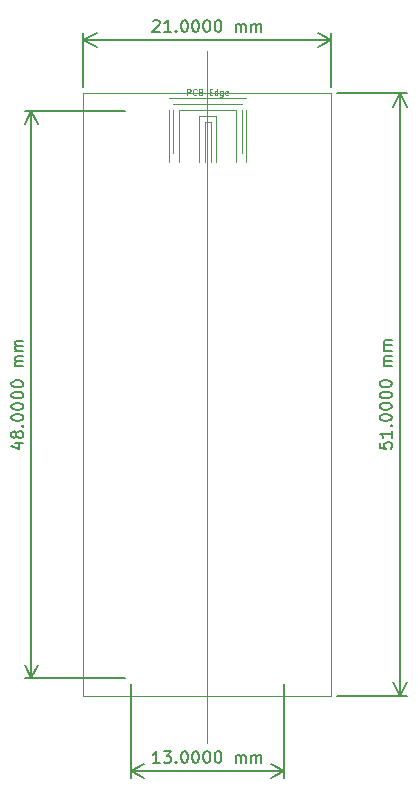
<source format=gbr>
G04 #@! TF.GenerationSoftware,KiCad,Pcbnew,(6.0.6)*
G04 #@! TF.CreationDate,2022-08-20T10:32:50+05:30*
G04 #@! TF.ProjectId,Mitayi-Pico-RP2040,4d697461-7969-42d5-9069-636f2d525032,0.2*
G04 #@! TF.SameCoordinates,PX848f8c0PY6ea0500*
G04 #@! TF.FileFunction,OtherDrawing,Comment*
%FSLAX46Y46*%
G04 Gerber Fmt 4.6, Leading zero omitted, Abs format (unit mm)*
G04 Created by KiCad (PCBNEW (6.0.6)) date 2022-08-20 10:32:50*
%MOMM*%
%LPD*%
G01*
G04 APERTURE LIST*
%ADD10C,0.100000*%
G04 #@! TA.AperFunction,Profile*
%ADD11C,0.100000*%
G04 #@! TD*
%ADD12C,0.150000*%
%ADD13C,0.080000*%
%ADD14C,0.020000*%
G04 APERTURE END LIST*
D10*
X10500000Y54600000D02*
X10500000Y-4000000D01*
D11*
X0Y51000000D02*
X21000000Y51000000D01*
X21000000Y0D02*
X0Y0D01*
X21000000Y51000000D02*
X21000000Y0D01*
X0Y0D02*
X0Y51000000D01*
D12*
X6452380Y-5702380D02*
X5880952Y-5702380D01*
X6166666Y-5702380D02*
X6166666Y-4702380D01*
X6071428Y-4845238D01*
X5976190Y-4940476D01*
X5880952Y-4988095D01*
X6785714Y-4702380D02*
X7404761Y-4702380D01*
X7071428Y-5083333D01*
X7214285Y-5083333D01*
X7309523Y-5130952D01*
X7357142Y-5178571D01*
X7404761Y-5273809D01*
X7404761Y-5511904D01*
X7357142Y-5607142D01*
X7309523Y-5654761D01*
X7214285Y-5702380D01*
X6928571Y-5702380D01*
X6833333Y-5654761D01*
X6785714Y-5607142D01*
X7833333Y-5607142D02*
X7880952Y-5654761D01*
X7833333Y-5702380D01*
X7785714Y-5654761D01*
X7833333Y-5607142D01*
X7833333Y-5702380D01*
X8500000Y-4702380D02*
X8595238Y-4702380D01*
X8690476Y-4750000D01*
X8738095Y-4797619D01*
X8785714Y-4892857D01*
X8833333Y-5083333D01*
X8833333Y-5321428D01*
X8785714Y-5511904D01*
X8738095Y-5607142D01*
X8690476Y-5654761D01*
X8595238Y-5702380D01*
X8500000Y-5702380D01*
X8404761Y-5654761D01*
X8357142Y-5607142D01*
X8309523Y-5511904D01*
X8261904Y-5321428D01*
X8261904Y-5083333D01*
X8309523Y-4892857D01*
X8357142Y-4797619D01*
X8404761Y-4750000D01*
X8500000Y-4702380D01*
X9452380Y-4702380D02*
X9547619Y-4702380D01*
X9642857Y-4750000D01*
X9690476Y-4797619D01*
X9738095Y-4892857D01*
X9785714Y-5083333D01*
X9785714Y-5321428D01*
X9738095Y-5511904D01*
X9690476Y-5607142D01*
X9642857Y-5654761D01*
X9547619Y-5702380D01*
X9452380Y-5702380D01*
X9357142Y-5654761D01*
X9309523Y-5607142D01*
X9261904Y-5511904D01*
X9214285Y-5321428D01*
X9214285Y-5083333D01*
X9261904Y-4892857D01*
X9309523Y-4797619D01*
X9357142Y-4750000D01*
X9452380Y-4702380D01*
X10404761Y-4702380D02*
X10500000Y-4702380D01*
X10595238Y-4750000D01*
X10642857Y-4797619D01*
X10690476Y-4892857D01*
X10738095Y-5083333D01*
X10738095Y-5321428D01*
X10690476Y-5511904D01*
X10642857Y-5607142D01*
X10595238Y-5654761D01*
X10500000Y-5702380D01*
X10404761Y-5702380D01*
X10309523Y-5654761D01*
X10261904Y-5607142D01*
X10214285Y-5511904D01*
X10166666Y-5321428D01*
X10166666Y-5083333D01*
X10214285Y-4892857D01*
X10261904Y-4797619D01*
X10309523Y-4750000D01*
X10404761Y-4702380D01*
X11357142Y-4702380D02*
X11452380Y-4702380D01*
X11547619Y-4750000D01*
X11595238Y-4797619D01*
X11642857Y-4892857D01*
X11690476Y-5083333D01*
X11690476Y-5321428D01*
X11642857Y-5511904D01*
X11595238Y-5607142D01*
X11547619Y-5654761D01*
X11452380Y-5702380D01*
X11357142Y-5702380D01*
X11261904Y-5654761D01*
X11214285Y-5607142D01*
X11166666Y-5511904D01*
X11119047Y-5321428D01*
X11119047Y-5083333D01*
X11166666Y-4892857D01*
X11214285Y-4797619D01*
X11261904Y-4750000D01*
X11357142Y-4702380D01*
X12880952Y-5702380D02*
X12880952Y-5035714D01*
X12880952Y-5130952D02*
X12928571Y-5083333D01*
X13023809Y-5035714D01*
X13166666Y-5035714D01*
X13261904Y-5083333D01*
X13309523Y-5178571D01*
X13309523Y-5702380D01*
X13309523Y-5178571D02*
X13357142Y-5083333D01*
X13452380Y-5035714D01*
X13595238Y-5035714D01*
X13690476Y-5083333D01*
X13738095Y-5178571D01*
X13738095Y-5702380D01*
X14214285Y-5702380D02*
X14214285Y-5035714D01*
X14214285Y-5130952D02*
X14261904Y-5083333D01*
X14357142Y-5035714D01*
X14500000Y-5035714D01*
X14595238Y-5083333D01*
X14642857Y-5178571D01*
X14642857Y-5702380D01*
X14642857Y-5178571D02*
X14690476Y-5083333D01*
X14785714Y-5035714D01*
X14928571Y-5035714D01*
X15023809Y-5083333D01*
X15071428Y-5178571D01*
X15071428Y-5702380D01*
X4000000Y990000D02*
X4000000Y-6986420D01*
X17000000Y990000D02*
X17000000Y-6986420D01*
X4000000Y-6400000D02*
X17000000Y-6400000D01*
X4000000Y-6400000D02*
X17000000Y-6400000D01*
X4000000Y-6400000D02*
X5126504Y-6986421D01*
X4000000Y-6400000D02*
X5126504Y-5813579D01*
X17000000Y-6400000D02*
X15873496Y-5813579D01*
X17000000Y-6400000D02*
X15873496Y-6986421D01*
X5880952Y57102381D02*
X5928571Y57150000D01*
X6023809Y57197620D01*
X6261904Y57197620D01*
X6357142Y57150000D01*
X6404761Y57102381D01*
X6452380Y57007143D01*
X6452380Y56911905D01*
X6404761Y56769048D01*
X5833333Y56197620D01*
X6452380Y56197620D01*
X7404761Y56197620D02*
X6833333Y56197620D01*
X7119047Y56197620D02*
X7119047Y57197620D01*
X7023809Y57054762D01*
X6928571Y56959524D01*
X6833333Y56911905D01*
X7833333Y56292858D02*
X7880952Y56245239D01*
X7833333Y56197620D01*
X7785714Y56245239D01*
X7833333Y56292858D01*
X7833333Y56197620D01*
X8500000Y57197620D02*
X8595238Y57197620D01*
X8690476Y57150000D01*
X8738095Y57102381D01*
X8785714Y57007143D01*
X8833333Y56816667D01*
X8833333Y56578572D01*
X8785714Y56388096D01*
X8738095Y56292858D01*
X8690476Y56245239D01*
X8595238Y56197620D01*
X8500000Y56197620D01*
X8404761Y56245239D01*
X8357142Y56292858D01*
X8309523Y56388096D01*
X8261904Y56578572D01*
X8261904Y56816667D01*
X8309523Y57007143D01*
X8357142Y57102381D01*
X8404761Y57150000D01*
X8500000Y57197620D01*
X9452380Y57197620D02*
X9547619Y57197620D01*
X9642857Y57150000D01*
X9690476Y57102381D01*
X9738095Y57007143D01*
X9785714Y56816667D01*
X9785714Y56578572D01*
X9738095Y56388096D01*
X9690476Y56292858D01*
X9642857Y56245239D01*
X9547619Y56197620D01*
X9452380Y56197620D01*
X9357142Y56245239D01*
X9309523Y56292858D01*
X9261904Y56388096D01*
X9214285Y56578572D01*
X9214285Y56816667D01*
X9261904Y57007143D01*
X9309523Y57102381D01*
X9357142Y57150000D01*
X9452380Y57197620D01*
X10404761Y57197620D02*
X10500000Y57197620D01*
X10595238Y57150000D01*
X10642857Y57102381D01*
X10690476Y57007143D01*
X10738095Y56816667D01*
X10738095Y56578572D01*
X10690476Y56388096D01*
X10642857Y56292858D01*
X10595238Y56245239D01*
X10500000Y56197620D01*
X10404761Y56197620D01*
X10309523Y56245239D01*
X10261904Y56292858D01*
X10214285Y56388096D01*
X10166666Y56578572D01*
X10166666Y56816667D01*
X10214285Y57007143D01*
X10261904Y57102381D01*
X10309523Y57150000D01*
X10404761Y57197620D01*
X11357142Y57197620D02*
X11452380Y57197620D01*
X11547619Y57150000D01*
X11595238Y57102381D01*
X11642857Y57007143D01*
X11690476Y56816667D01*
X11690476Y56578572D01*
X11642857Y56388096D01*
X11595238Y56292858D01*
X11547619Y56245239D01*
X11452380Y56197620D01*
X11357142Y56197620D01*
X11261904Y56245239D01*
X11214285Y56292858D01*
X11166666Y56388096D01*
X11119047Y56578572D01*
X11119047Y56816667D01*
X11166666Y57007143D01*
X11214285Y57102381D01*
X11261904Y57150000D01*
X11357142Y57197620D01*
X12880952Y56197620D02*
X12880952Y56864286D01*
X12880952Y56769048D02*
X12928571Y56816667D01*
X13023809Y56864286D01*
X13166666Y56864286D01*
X13261904Y56816667D01*
X13309523Y56721429D01*
X13309523Y56197620D01*
X13309523Y56721429D02*
X13357142Y56816667D01*
X13452380Y56864286D01*
X13595238Y56864286D01*
X13690476Y56816667D01*
X13738095Y56721429D01*
X13738095Y56197620D01*
X14214285Y56197620D02*
X14214285Y56864286D01*
X14214285Y56769048D02*
X14261904Y56816667D01*
X14357142Y56864286D01*
X14500000Y56864286D01*
X14595238Y56816667D01*
X14642857Y56721429D01*
X14642857Y56197620D01*
X14642857Y56721429D02*
X14690476Y56816667D01*
X14785714Y56864286D01*
X14928571Y56864286D01*
X15023809Y56816667D01*
X15071428Y56721429D01*
X15071428Y56197620D01*
X0Y51500000D02*
X0Y56086420D01*
X21000000Y51500000D02*
X21000000Y56086420D01*
X0Y55500000D02*
X21000000Y55500000D01*
X0Y55500000D02*
X21000000Y55500000D01*
X0Y55500000D02*
X1126504Y54913579D01*
X0Y55500000D02*
X1126504Y56086421D01*
X21000000Y55500000D02*
X19873496Y56086421D01*
X21000000Y55500000D02*
X19873496Y54913579D01*
X25102380Y21404762D02*
X25102380Y20928572D01*
X25578571Y20880953D01*
X25530952Y20928572D01*
X25483333Y21023810D01*
X25483333Y21261905D01*
X25530952Y21357143D01*
X25578571Y21404762D01*
X25673809Y21452381D01*
X25911904Y21452381D01*
X26007142Y21404762D01*
X26054761Y21357143D01*
X26102380Y21261905D01*
X26102380Y21023810D01*
X26054761Y20928572D01*
X26007142Y20880953D01*
X26102380Y22404762D02*
X26102380Y21833334D01*
X26102380Y22119048D02*
X25102380Y22119048D01*
X25245238Y22023810D01*
X25340476Y21928572D01*
X25388095Y21833334D01*
X26007142Y22833334D02*
X26054761Y22880953D01*
X26102380Y22833334D01*
X26054761Y22785715D01*
X26007142Y22833334D01*
X26102380Y22833334D01*
X25102380Y23500000D02*
X25102380Y23595239D01*
X25150000Y23690477D01*
X25197619Y23738096D01*
X25292857Y23785715D01*
X25483333Y23833334D01*
X25721428Y23833334D01*
X25911904Y23785715D01*
X26007142Y23738096D01*
X26054761Y23690477D01*
X26102380Y23595239D01*
X26102380Y23500000D01*
X26054761Y23404762D01*
X26007142Y23357143D01*
X25911904Y23309524D01*
X25721428Y23261905D01*
X25483333Y23261905D01*
X25292857Y23309524D01*
X25197619Y23357143D01*
X25150000Y23404762D01*
X25102380Y23500000D01*
X25102380Y24452381D02*
X25102380Y24547620D01*
X25150000Y24642858D01*
X25197619Y24690477D01*
X25292857Y24738096D01*
X25483333Y24785715D01*
X25721428Y24785715D01*
X25911904Y24738096D01*
X26007142Y24690477D01*
X26054761Y24642858D01*
X26102380Y24547620D01*
X26102380Y24452381D01*
X26054761Y24357143D01*
X26007142Y24309524D01*
X25911904Y24261905D01*
X25721428Y24214286D01*
X25483333Y24214286D01*
X25292857Y24261905D01*
X25197619Y24309524D01*
X25150000Y24357143D01*
X25102380Y24452381D01*
X25102380Y25404762D02*
X25102380Y25500000D01*
X25150000Y25595239D01*
X25197619Y25642858D01*
X25292857Y25690477D01*
X25483333Y25738096D01*
X25721428Y25738096D01*
X25911904Y25690477D01*
X26007142Y25642858D01*
X26054761Y25595239D01*
X26102380Y25500000D01*
X26102380Y25404762D01*
X26054761Y25309524D01*
X26007142Y25261905D01*
X25911904Y25214286D01*
X25721428Y25166667D01*
X25483333Y25166667D01*
X25292857Y25214286D01*
X25197619Y25261905D01*
X25150000Y25309524D01*
X25102380Y25404762D01*
X25102380Y26357143D02*
X25102380Y26452381D01*
X25150000Y26547620D01*
X25197619Y26595239D01*
X25292857Y26642858D01*
X25483333Y26690477D01*
X25721428Y26690477D01*
X25911904Y26642858D01*
X26007142Y26595239D01*
X26054761Y26547620D01*
X26102380Y26452381D01*
X26102380Y26357143D01*
X26054761Y26261905D01*
X26007142Y26214286D01*
X25911904Y26166667D01*
X25721428Y26119048D01*
X25483333Y26119048D01*
X25292857Y26166667D01*
X25197619Y26214286D01*
X25150000Y26261905D01*
X25102380Y26357143D01*
X26102380Y27880953D02*
X25435714Y27880953D01*
X25530952Y27880953D02*
X25483333Y27928572D01*
X25435714Y28023810D01*
X25435714Y28166667D01*
X25483333Y28261905D01*
X25578571Y28309524D01*
X26102380Y28309524D01*
X25578571Y28309524D02*
X25483333Y28357143D01*
X25435714Y28452381D01*
X25435714Y28595239D01*
X25483333Y28690477D01*
X25578571Y28738096D01*
X26102380Y28738096D01*
X26102380Y29214286D02*
X25435714Y29214286D01*
X25530952Y29214286D02*
X25483333Y29261905D01*
X25435714Y29357143D01*
X25435714Y29500000D01*
X25483333Y29595239D01*
X25578571Y29642858D01*
X26102380Y29642858D01*
X25578571Y29642858D02*
X25483333Y29690477D01*
X25435714Y29785715D01*
X25435714Y29928572D01*
X25483333Y30023810D01*
X25578571Y30071429D01*
X26102380Y30071429D01*
X21500000Y51000000D02*
X27386420Y51000000D01*
X21500000Y0D02*
X27386420Y0D01*
X26800000Y51000000D02*
X26800000Y0D01*
X26800000Y51000000D02*
X26800000Y0D01*
X26800000Y51000000D02*
X26213579Y49873496D01*
X26800000Y51000000D02*
X27386421Y49873496D01*
X26800000Y0D02*
X27386421Y1126504D01*
X26800000Y0D02*
X26213579Y1126504D01*
X-5764286Y21347143D02*
X-5097620Y21347143D01*
X-6145239Y21109048D02*
X-5430953Y20870953D01*
X-5430953Y21490000D01*
X-5669048Y22013810D02*
X-5716667Y21918572D01*
X-5764286Y21870953D01*
X-5859524Y21823334D01*
X-5907143Y21823334D01*
X-6002381Y21870953D01*
X-6050000Y21918572D01*
X-6097620Y22013810D01*
X-6097620Y22204286D01*
X-6050000Y22299524D01*
X-6002381Y22347143D01*
X-5907143Y22394762D01*
X-5859524Y22394762D01*
X-5764286Y22347143D01*
X-5716667Y22299524D01*
X-5669048Y22204286D01*
X-5669048Y22013810D01*
X-5621429Y21918572D01*
X-5573810Y21870953D01*
X-5478572Y21823334D01*
X-5288096Y21823334D01*
X-5192858Y21870953D01*
X-5145239Y21918572D01*
X-5097620Y22013810D01*
X-5097620Y22204286D01*
X-5145239Y22299524D01*
X-5192858Y22347143D01*
X-5288096Y22394762D01*
X-5478572Y22394762D01*
X-5573810Y22347143D01*
X-5621429Y22299524D01*
X-5669048Y22204286D01*
X-5192858Y22823334D02*
X-5145239Y22870953D01*
X-5097620Y22823334D01*
X-5145239Y22775715D01*
X-5192858Y22823334D01*
X-5097620Y22823334D01*
X-6097620Y23490000D02*
X-6097620Y23585239D01*
X-6050000Y23680477D01*
X-6002381Y23728096D01*
X-5907143Y23775715D01*
X-5716667Y23823334D01*
X-5478572Y23823334D01*
X-5288096Y23775715D01*
X-5192858Y23728096D01*
X-5145239Y23680477D01*
X-5097620Y23585239D01*
X-5097620Y23490000D01*
X-5145239Y23394762D01*
X-5192858Y23347143D01*
X-5288096Y23299524D01*
X-5478572Y23251905D01*
X-5716667Y23251905D01*
X-5907143Y23299524D01*
X-6002381Y23347143D01*
X-6050000Y23394762D01*
X-6097620Y23490000D01*
X-6097620Y24442381D02*
X-6097620Y24537620D01*
X-6050000Y24632858D01*
X-6002381Y24680477D01*
X-5907143Y24728096D01*
X-5716667Y24775715D01*
X-5478572Y24775715D01*
X-5288096Y24728096D01*
X-5192858Y24680477D01*
X-5145239Y24632858D01*
X-5097620Y24537620D01*
X-5097620Y24442381D01*
X-5145239Y24347143D01*
X-5192858Y24299524D01*
X-5288096Y24251905D01*
X-5478572Y24204286D01*
X-5716667Y24204286D01*
X-5907143Y24251905D01*
X-6002381Y24299524D01*
X-6050000Y24347143D01*
X-6097620Y24442381D01*
X-6097620Y25394762D02*
X-6097620Y25490000D01*
X-6050000Y25585239D01*
X-6002381Y25632858D01*
X-5907143Y25680477D01*
X-5716667Y25728096D01*
X-5478572Y25728096D01*
X-5288096Y25680477D01*
X-5192858Y25632858D01*
X-5145239Y25585239D01*
X-5097620Y25490000D01*
X-5097620Y25394762D01*
X-5145239Y25299524D01*
X-5192858Y25251905D01*
X-5288096Y25204286D01*
X-5478572Y25156667D01*
X-5716667Y25156667D01*
X-5907143Y25204286D01*
X-6002381Y25251905D01*
X-6050000Y25299524D01*
X-6097620Y25394762D01*
X-6097620Y26347143D02*
X-6097620Y26442381D01*
X-6050000Y26537620D01*
X-6002381Y26585239D01*
X-5907143Y26632858D01*
X-5716667Y26680477D01*
X-5478572Y26680477D01*
X-5288096Y26632858D01*
X-5192858Y26585239D01*
X-5145239Y26537620D01*
X-5097620Y26442381D01*
X-5097620Y26347143D01*
X-5145239Y26251905D01*
X-5192858Y26204286D01*
X-5288096Y26156667D01*
X-5478572Y26109048D01*
X-5716667Y26109048D01*
X-5907143Y26156667D01*
X-6002381Y26204286D01*
X-6050000Y26251905D01*
X-6097620Y26347143D01*
X-5097620Y27870953D02*
X-5764286Y27870953D01*
X-5669048Y27870953D02*
X-5716667Y27918572D01*
X-5764286Y28013810D01*
X-5764286Y28156667D01*
X-5716667Y28251905D01*
X-5621429Y28299524D01*
X-5097620Y28299524D01*
X-5621429Y28299524D02*
X-5716667Y28347143D01*
X-5764286Y28442381D01*
X-5764286Y28585239D01*
X-5716667Y28680477D01*
X-5621429Y28728096D01*
X-5097620Y28728096D01*
X-5097620Y29204286D02*
X-5764286Y29204286D01*
X-5669048Y29204286D02*
X-5716667Y29251905D01*
X-5764286Y29347143D01*
X-5764286Y29490000D01*
X-5716667Y29585239D01*
X-5621429Y29632858D01*
X-5097620Y29632858D01*
X-5621429Y29632858D02*
X-5716667Y29680477D01*
X-5764286Y29775715D01*
X-5764286Y29918572D01*
X-5716667Y30013810D01*
X-5621429Y30061429D01*
X-5097620Y30061429D01*
X3500000Y49490000D02*
X-4986420Y49490000D01*
X3500000Y1490000D02*
X-4986420Y1490000D01*
X-4400000Y49490000D02*
X-4400000Y1490000D01*
X-4400000Y49490000D02*
X-4400000Y1490000D01*
X-4400000Y49490000D02*
X-4986421Y48363496D01*
X-4400000Y49490000D02*
X-3813579Y48363496D01*
X-4400000Y1490000D02*
X-3813579Y2616504D01*
X-4400000Y1490000D02*
X-4986421Y2616504D01*
D13*
X8795714Y50861310D02*
X8795714Y51361310D01*
X8986190Y51361310D01*
X9033809Y51337500D01*
X9057619Y51313691D01*
X9081428Y51266072D01*
X9081428Y51194643D01*
X9057619Y51147024D01*
X9033809Y51123215D01*
X8986190Y51099405D01*
X8795714Y51099405D01*
X9581428Y50908929D02*
X9557619Y50885120D01*
X9486190Y50861310D01*
X9438571Y50861310D01*
X9367142Y50885120D01*
X9319523Y50932739D01*
X9295714Y50980358D01*
X9271904Y51075596D01*
X9271904Y51147024D01*
X9295714Y51242262D01*
X9319523Y51289881D01*
X9367142Y51337500D01*
X9438571Y51361310D01*
X9486190Y51361310D01*
X9557619Y51337500D01*
X9581428Y51313691D01*
X9962380Y51123215D02*
X10033809Y51099405D01*
X10057619Y51075596D01*
X10081428Y51027977D01*
X10081428Y50956548D01*
X10057619Y50908929D01*
X10033809Y50885120D01*
X9986190Y50861310D01*
X9795714Y50861310D01*
X9795714Y51361310D01*
X9962380Y51361310D01*
X10010000Y51337500D01*
X10033809Y51313691D01*
X10057619Y51266072D01*
X10057619Y51218453D01*
X10033809Y51170834D01*
X10010000Y51147024D01*
X9962380Y51123215D01*
X9795714Y51123215D01*
X10676666Y51123215D02*
X10843333Y51123215D01*
X10914761Y50861310D02*
X10676666Y50861310D01*
X10676666Y51361310D01*
X10914761Y51361310D01*
X11343333Y50861310D02*
X11343333Y51361310D01*
X11343333Y50885120D02*
X11295714Y50861310D01*
X11200476Y50861310D01*
X11152857Y50885120D01*
X11129047Y50908929D01*
X11105238Y50956548D01*
X11105238Y51099405D01*
X11129047Y51147024D01*
X11152857Y51170834D01*
X11200476Y51194643D01*
X11295714Y51194643D01*
X11343333Y51170834D01*
X11795714Y51194643D02*
X11795714Y50789881D01*
X11771904Y50742262D01*
X11748095Y50718453D01*
X11700476Y50694643D01*
X11629047Y50694643D01*
X11581428Y50718453D01*
X11795714Y50885120D02*
X11748095Y50861310D01*
X11652857Y50861310D01*
X11605238Y50885120D01*
X11581428Y50908929D01*
X11557619Y50956548D01*
X11557619Y51099405D01*
X11581428Y51147024D01*
X11605238Y51170834D01*
X11652857Y51194643D01*
X11748095Y51194643D01*
X11795714Y51170834D01*
X12224285Y50885120D02*
X12176666Y50861310D01*
X12081428Y50861310D01*
X12033809Y50885120D01*
X12010000Y50932739D01*
X12010000Y51123215D01*
X12033809Y51170834D01*
X12081428Y51194643D01*
X12176666Y51194643D01*
X12224285Y51170834D01*
X12248095Y51123215D01*
X12248095Y51075596D01*
X12010000Y51027977D01*
D14*
X11260000Y49070000D02*
X9760000Y49070000D01*
X13760000Y45200000D02*
X13760000Y49570000D01*
X13400000Y50070000D02*
X7620000Y50070000D01*
X12960000Y49570000D02*
X8060000Y49570000D01*
X7260000Y45200000D02*
X7260000Y49570000D01*
X10760000Y48570000D02*
X10260000Y48570000D01*
X13760000Y50570000D02*
X7260000Y50570000D01*
X13410000Y45920000D02*
X13410000Y49570000D01*
X10760000Y45200000D02*
X10760000Y48570000D01*
X11260000Y45200000D02*
X11260000Y49070000D01*
X12960000Y45200000D02*
X12960000Y49570000D01*
X8060000Y45200000D02*
X8060000Y49570000D01*
X7610000Y45920000D02*
X7610000Y49570000D01*
X9760000Y45200000D02*
X9760000Y49070000D01*
X10260000Y45200000D02*
X10260000Y48570000D01*
M02*

</source>
